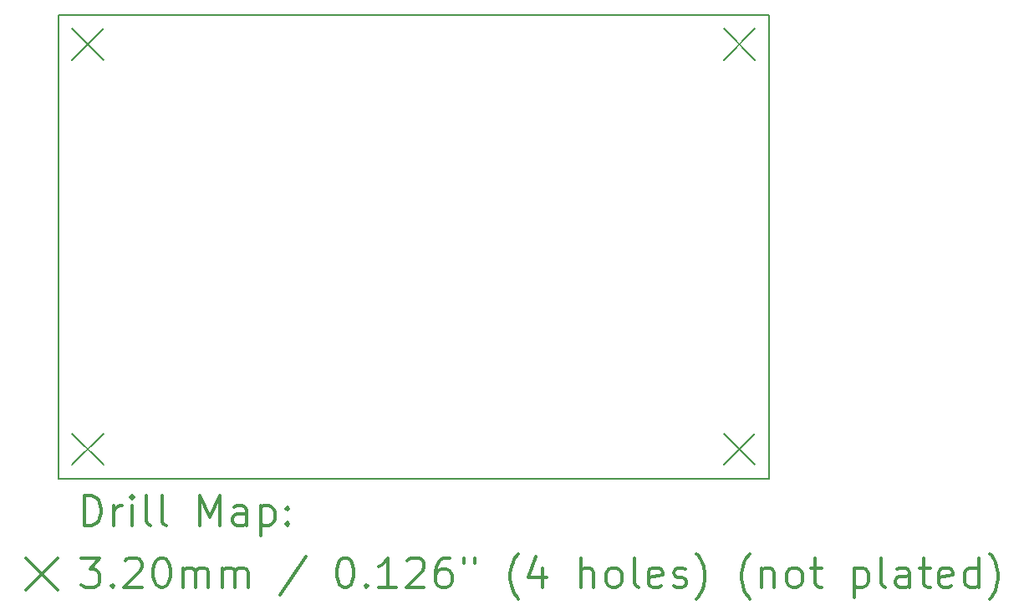
<source format=gbr>
%FSLAX45Y45*%
G04 Gerber Fmt 4.5, Leading zero omitted, Abs format (unit mm)*
G04 Created by KiCad (PCBNEW 4.0.1-stable) date 2017年05月07日日曜日 11:35:40*
%MOMM*%
G01*
G04 APERTURE LIST*
%ADD10C,0.127000*%
%ADD11C,0.150000*%
%ADD12C,0.200000*%
%ADD13C,0.300000*%
G04 APERTURE END LIST*
D10*
D11*
X11200000Y-13500000D02*
X18400000Y-13500000D01*
X11200000Y-8800000D02*
X11200000Y-13500000D01*
X18400000Y-8800000D02*
X18400000Y-13500000D01*
X11200000Y-8800000D02*
X18400000Y-8800000D01*
D12*
X11340000Y-8940000D02*
X11660000Y-9260000D01*
X11660000Y-8940000D02*
X11340000Y-9260000D01*
X11340000Y-13040000D02*
X11660000Y-13360000D01*
X11660000Y-13040000D02*
X11340000Y-13360000D01*
X17940000Y-8940000D02*
X18260000Y-9260000D01*
X18260000Y-8940000D02*
X17940000Y-9260000D01*
X17940000Y-13040000D02*
X18260000Y-13360000D01*
X18260000Y-13040000D02*
X17940000Y-13360000D01*
D13*
X11463928Y-13973214D02*
X11463928Y-13673214D01*
X11535357Y-13673214D01*
X11578214Y-13687500D01*
X11606786Y-13716071D01*
X11621071Y-13744643D01*
X11635357Y-13801786D01*
X11635357Y-13844643D01*
X11621071Y-13901786D01*
X11606786Y-13930357D01*
X11578214Y-13958929D01*
X11535357Y-13973214D01*
X11463928Y-13973214D01*
X11763928Y-13973214D02*
X11763928Y-13773214D01*
X11763928Y-13830357D02*
X11778214Y-13801786D01*
X11792500Y-13787500D01*
X11821071Y-13773214D01*
X11849643Y-13773214D01*
X11949643Y-13973214D02*
X11949643Y-13773214D01*
X11949643Y-13673214D02*
X11935357Y-13687500D01*
X11949643Y-13701786D01*
X11963928Y-13687500D01*
X11949643Y-13673214D01*
X11949643Y-13701786D01*
X12135357Y-13973214D02*
X12106786Y-13958929D01*
X12092500Y-13930357D01*
X12092500Y-13673214D01*
X12292500Y-13973214D02*
X12263928Y-13958929D01*
X12249643Y-13930357D01*
X12249643Y-13673214D01*
X12635357Y-13973214D02*
X12635357Y-13673214D01*
X12735357Y-13887500D01*
X12835357Y-13673214D01*
X12835357Y-13973214D01*
X13106786Y-13973214D02*
X13106786Y-13816071D01*
X13092500Y-13787500D01*
X13063928Y-13773214D01*
X13006786Y-13773214D01*
X12978214Y-13787500D01*
X13106786Y-13958929D02*
X13078214Y-13973214D01*
X13006786Y-13973214D01*
X12978214Y-13958929D01*
X12963928Y-13930357D01*
X12963928Y-13901786D01*
X12978214Y-13873214D01*
X13006786Y-13858929D01*
X13078214Y-13858929D01*
X13106786Y-13844643D01*
X13249643Y-13773214D02*
X13249643Y-14073214D01*
X13249643Y-13787500D02*
X13278214Y-13773214D01*
X13335357Y-13773214D01*
X13363928Y-13787500D01*
X13378214Y-13801786D01*
X13392500Y-13830357D01*
X13392500Y-13916071D01*
X13378214Y-13944643D01*
X13363928Y-13958929D01*
X13335357Y-13973214D01*
X13278214Y-13973214D01*
X13249643Y-13958929D01*
X13521071Y-13944643D02*
X13535357Y-13958929D01*
X13521071Y-13973214D01*
X13506786Y-13958929D01*
X13521071Y-13944643D01*
X13521071Y-13973214D01*
X13521071Y-13787500D02*
X13535357Y-13801786D01*
X13521071Y-13816071D01*
X13506786Y-13801786D01*
X13521071Y-13787500D01*
X13521071Y-13816071D01*
X10872500Y-14307500D02*
X11192500Y-14627500D01*
X11192500Y-14307500D02*
X10872500Y-14627500D01*
X11435357Y-14303214D02*
X11621071Y-14303214D01*
X11521071Y-14417500D01*
X11563928Y-14417500D01*
X11592500Y-14431786D01*
X11606786Y-14446071D01*
X11621071Y-14474643D01*
X11621071Y-14546071D01*
X11606786Y-14574643D01*
X11592500Y-14588929D01*
X11563928Y-14603214D01*
X11478214Y-14603214D01*
X11449643Y-14588929D01*
X11435357Y-14574643D01*
X11749643Y-14574643D02*
X11763928Y-14588929D01*
X11749643Y-14603214D01*
X11735357Y-14588929D01*
X11749643Y-14574643D01*
X11749643Y-14603214D01*
X11878214Y-14331786D02*
X11892500Y-14317500D01*
X11921071Y-14303214D01*
X11992500Y-14303214D01*
X12021071Y-14317500D01*
X12035357Y-14331786D01*
X12049643Y-14360357D01*
X12049643Y-14388929D01*
X12035357Y-14431786D01*
X11863928Y-14603214D01*
X12049643Y-14603214D01*
X12235357Y-14303214D02*
X12263928Y-14303214D01*
X12292500Y-14317500D01*
X12306786Y-14331786D01*
X12321071Y-14360357D01*
X12335357Y-14417500D01*
X12335357Y-14488929D01*
X12321071Y-14546071D01*
X12306786Y-14574643D01*
X12292500Y-14588929D01*
X12263928Y-14603214D01*
X12235357Y-14603214D01*
X12206786Y-14588929D01*
X12192500Y-14574643D01*
X12178214Y-14546071D01*
X12163928Y-14488929D01*
X12163928Y-14417500D01*
X12178214Y-14360357D01*
X12192500Y-14331786D01*
X12206786Y-14317500D01*
X12235357Y-14303214D01*
X12463928Y-14603214D02*
X12463928Y-14403214D01*
X12463928Y-14431786D02*
X12478214Y-14417500D01*
X12506786Y-14403214D01*
X12549643Y-14403214D01*
X12578214Y-14417500D01*
X12592500Y-14446071D01*
X12592500Y-14603214D01*
X12592500Y-14446071D02*
X12606786Y-14417500D01*
X12635357Y-14403214D01*
X12678214Y-14403214D01*
X12706786Y-14417500D01*
X12721071Y-14446071D01*
X12721071Y-14603214D01*
X12863928Y-14603214D02*
X12863928Y-14403214D01*
X12863928Y-14431786D02*
X12878214Y-14417500D01*
X12906786Y-14403214D01*
X12949643Y-14403214D01*
X12978214Y-14417500D01*
X12992500Y-14446071D01*
X12992500Y-14603214D01*
X12992500Y-14446071D02*
X13006786Y-14417500D01*
X13035357Y-14403214D01*
X13078214Y-14403214D01*
X13106786Y-14417500D01*
X13121071Y-14446071D01*
X13121071Y-14603214D01*
X13706786Y-14288929D02*
X13449643Y-14674643D01*
X14092500Y-14303214D02*
X14121071Y-14303214D01*
X14149643Y-14317500D01*
X14163928Y-14331786D01*
X14178214Y-14360357D01*
X14192500Y-14417500D01*
X14192500Y-14488929D01*
X14178214Y-14546071D01*
X14163928Y-14574643D01*
X14149643Y-14588929D01*
X14121071Y-14603214D01*
X14092500Y-14603214D01*
X14063928Y-14588929D01*
X14049643Y-14574643D01*
X14035357Y-14546071D01*
X14021071Y-14488929D01*
X14021071Y-14417500D01*
X14035357Y-14360357D01*
X14049643Y-14331786D01*
X14063928Y-14317500D01*
X14092500Y-14303214D01*
X14321071Y-14574643D02*
X14335357Y-14588929D01*
X14321071Y-14603214D01*
X14306786Y-14588929D01*
X14321071Y-14574643D01*
X14321071Y-14603214D01*
X14621071Y-14603214D02*
X14449643Y-14603214D01*
X14535357Y-14603214D02*
X14535357Y-14303214D01*
X14506785Y-14346071D01*
X14478214Y-14374643D01*
X14449643Y-14388929D01*
X14735357Y-14331786D02*
X14749643Y-14317500D01*
X14778214Y-14303214D01*
X14849643Y-14303214D01*
X14878214Y-14317500D01*
X14892500Y-14331786D01*
X14906785Y-14360357D01*
X14906785Y-14388929D01*
X14892500Y-14431786D01*
X14721071Y-14603214D01*
X14906785Y-14603214D01*
X15163928Y-14303214D02*
X15106785Y-14303214D01*
X15078214Y-14317500D01*
X15063928Y-14331786D01*
X15035357Y-14374643D01*
X15021071Y-14431786D01*
X15021071Y-14546071D01*
X15035357Y-14574643D01*
X15049643Y-14588929D01*
X15078214Y-14603214D01*
X15135357Y-14603214D01*
X15163928Y-14588929D01*
X15178214Y-14574643D01*
X15192500Y-14546071D01*
X15192500Y-14474643D01*
X15178214Y-14446071D01*
X15163928Y-14431786D01*
X15135357Y-14417500D01*
X15078214Y-14417500D01*
X15049643Y-14431786D01*
X15035357Y-14446071D01*
X15021071Y-14474643D01*
X15306786Y-14303214D02*
X15306786Y-14360357D01*
X15421071Y-14303214D02*
X15421071Y-14360357D01*
X15863928Y-14717500D02*
X15849643Y-14703214D01*
X15821071Y-14660357D01*
X15806785Y-14631786D01*
X15792500Y-14588929D01*
X15778214Y-14517500D01*
X15778214Y-14460357D01*
X15792500Y-14388929D01*
X15806785Y-14346071D01*
X15821071Y-14317500D01*
X15849643Y-14274643D01*
X15863928Y-14260357D01*
X16106785Y-14403214D02*
X16106785Y-14603214D01*
X16035357Y-14288929D02*
X15963928Y-14503214D01*
X16149643Y-14503214D01*
X16492500Y-14603214D02*
X16492500Y-14303214D01*
X16621071Y-14603214D02*
X16621071Y-14446071D01*
X16606785Y-14417500D01*
X16578214Y-14403214D01*
X16535357Y-14403214D01*
X16506785Y-14417500D01*
X16492500Y-14431786D01*
X16806786Y-14603214D02*
X16778214Y-14588929D01*
X16763928Y-14574643D01*
X16749643Y-14546071D01*
X16749643Y-14460357D01*
X16763928Y-14431786D01*
X16778214Y-14417500D01*
X16806786Y-14403214D01*
X16849643Y-14403214D01*
X16878214Y-14417500D01*
X16892500Y-14431786D01*
X16906786Y-14460357D01*
X16906786Y-14546071D01*
X16892500Y-14574643D01*
X16878214Y-14588929D01*
X16849643Y-14603214D01*
X16806786Y-14603214D01*
X17078214Y-14603214D02*
X17049643Y-14588929D01*
X17035357Y-14560357D01*
X17035357Y-14303214D01*
X17306786Y-14588929D02*
X17278214Y-14603214D01*
X17221071Y-14603214D01*
X17192500Y-14588929D01*
X17178214Y-14560357D01*
X17178214Y-14446071D01*
X17192500Y-14417500D01*
X17221071Y-14403214D01*
X17278214Y-14403214D01*
X17306786Y-14417500D01*
X17321071Y-14446071D01*
X17321071Y-14474643D01*
X17178214Y-14503214D01*
X17435357Y-14588929D02*
X17463929Y-14603214D01*
X17521071Y-14603214D01*
X17549643Y-14588929D01*
X17563929Y-14560357D01*
X17563929Y-14546071D01*
X17549643Y-14517500D01*
X17521071Y-14503214D01*
X17478214Y-14503214D01*
X17449643Y-14488929D01*
X17435357Y-14460357D01*
X17435357Y-14446071D01*
X17449643Y-14417500D01*
X17478214Y-14403214D01*
X17521071Y-14403214D01*
X17549643Y-14417500D01*
X17663928Y-14717500D02*
X17678214Y-14703214D01*
X17706786Y-14660357D01*
X17721071Y-14631786D01*
X17735357Y-14588929D01*
X17749643Y-14517500D01*
X17749643Y-14460357D01*
X17735357Y-14388929D01*
X17721071Y-14346071D01*
X17706786Y-14317500D01*
X17678214Y-14274643D01*
X17663928Y-14260357D01*
X18206786Y-14717500D02*
X18192500Y-14703214D01*
X18163928Y-14660357D01*
X18149643Y-14631786D01*
X18135357Y-14588929D01*
X18121071Y-14517500D01*
X18121071Y-14460357D01*
X18135357Y-14388929D01*
X18149643Y-14346071D01*
X18163928Y-14317500D01*
X18192500Y-14274643D01*
X18206786Y-14260357D01*
X18321071Y-14403214D02*
X18321071Y-14603214D01*
X18321071Y-14431786D02*
X18335357Y-14417500D01*
X18363928Y-14403214D01*
X18406786Y-14403214D01*
X18435357Y-14417500D01*
X18449643Y-14446071D01*
X18449643Y-14603214D01*
X18635357Y-14603214D02*
X18606786Y-14588929D01*
X18592500Y-14574643D01*
X18578214Y-14546071D01*
X18578214Y-14460357D01*
X18592500Y-14431786D01*
X18606786Y-14417500D01*
X18635357Y-14403214D01*
X18678214Y-14403214D01*
X18706786Y-14417500D01*
X18721071Y-14431786D01*
X18735357Y-14460357D01*
X18735357Y-14546071D01*
X18721071Y-14574643D01*
X18706786Y-14588929D01*
X18678214Y-14603214D01*
X18635357Y-14603214D01*
X18821071Y-14403214D02*
X18935357Y-14403214D01*
X18863929Y-14303214D02*
X18863929Y-14560357D01*
X18878214Y-14588929D01*
X18906786Y-14603214D01*
X18935357Y-14603214D01*
X19263929Y-14403214D02*
X19263929Y-14703214D01*
X19263929Y-14417500D02*
X19292500Y-14403214D01*
X19349643Y-14403214D01*
X19378214Y-14417500D01*
X19392500Y-14431786D01*
X19406786Y-14460357D01*
X19406786Y-14546071D01*
X19392500Y-14574643D01*
X19378214Y-14588929D01*
X19349643Y-14603214D01*
X19292500Y-14603214D01*
X19263929Y-14588929D01*
X19578214Y-14603214D02*
X19549643Y-14588929D01*
X19535357Y-14560357D01*
X19535357Y-14303214D01*
X19821071Y-14603214D02*
X19821071Y-14446071D01*
X19806786Y-14417500D01*
X19778214Y-14403214D01*
X19721071Y-14403214D01*
X19692500Y-14417500D01*
X19821071Y-14588929D02*
X19792500Y-14603214D01*
X19721071Y-14603214D01*
X19692500Y-14588929D01*
X19678214Y-14560357D01*
X19678214Y-14531786D01*
X19692500Y-14503214D01*
X19721071Y-14488929D01*
X19792500Y-14488929D01*
X19821071Y-14474643D01*
X19921071Y-14403214D02*
X20035357Y-14403214D01*
X19963929Y-14303214D02*
X19963929Y-14560357D01*
X19978214Y-14588929D01*
X20006786Y-14603214D01*
X20035357Y-14603214D01*
X20249643Y-14588929D02*
X20221072Y-14603214D01*
X20163929Y-14603214D01*
X20135357Y-14588929D01*
X20121072Y-14560357D01*
X20121072Y-14446071D01*
X20135357Y-14417500D01*
X20163929Y-14403214D01*
X20221072Y-14403214D01*
X20249643Y-14417500D01*
X20263929Y-14446071D01*
X20263929Y-14474643D01*
X20121072Y-14503214D01*
X20521072Y-14603214D02*
X20521072Y-14303214D01*
X20521072Y-14588929D02*
X20492500Y-14603214D01*
X20435357Y-14603214D01*
X20406786Y-14588929D01*
X20392500Y-14574643D01*
X20378214Y-14546071D01*
X20378214Y-14460357D01*
X20392500Y-14431786D01*
X20406786Y-14417500D01*
X20435357Y-14403214D01*
X20492500Y-14403214D01*
X20521072Y-14417500D01*
X20635357Y-14717500D02*
X20649643Y-14703214D01*
X20678214Y-14660357D01*
X20692500Y-14631786D01*
X20706786Y-14588929D01*
X20721072Y-14517500D01*
X20721072Y-14460357D01*
X20706786Y-14388929D01*
X20692500Y-14346071D01*
X20678214Y-14317500D01*
X20649643Y-14274643D01*
X20635357Y-14260357D01*
M02*

</source>
